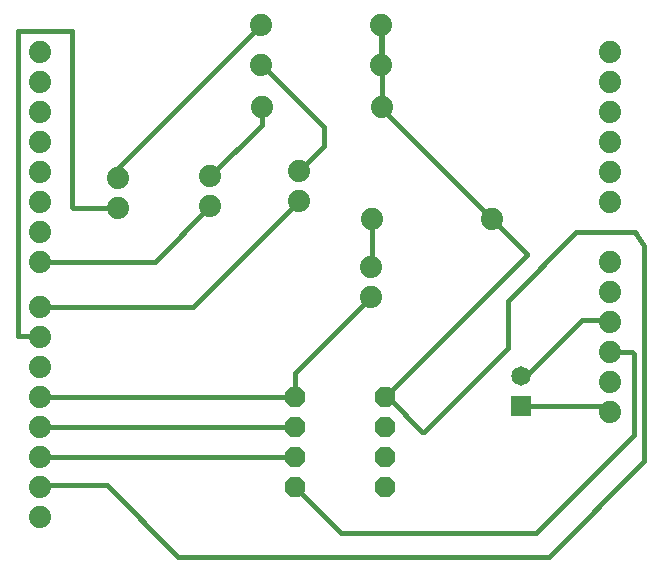
<source format=gbl>
G75*
G70*
%OFA0B0*%
%FSLAX24Y24*%
%IPPOS*%
%LPD*%
%AMOC8*
5,1,8,0,0,1.08239X$1,22.5*
%
%ADD10C,0.0740*%
%ADD11OC8,0.0680*%
%ADD12R,0.0650X0.0650*%
%ADD13C,0.0650*%
%ADD14C,0.0160*%
D10*
X001509Y012260D03*
X001509Y013260D03*
X001509Y014260D03*
X001509Y015260D03*
X001509Y016260D03*
X001509Y017260D03*
X001509Y018260D03*
X001509Y019260D03*
X001509Y020760D03*
X001509Y021760D03*
X001509Y022760D03*
X001509Y023760D03*
X001509Y024760D03*
X001509Y025760D03*
X001509Y026760D03*
X001509Y027760D03*
X004104Y023571D03*
X004104Y022571D03*
X007200Y022618D03*
X007200Y023618D03*
X008925Y025932D03*
X008889Y027331D03*
X008885Y028669D03*
X010138Y023785D03*
X010138Y022785D03*
X012569Y022212D03*
X012556Y020604D03*
X012556Y019604D03*
X016569Y022212D03*
X012925Y025932D03*
X012889Y027331D03*
X012885Y028669D03*
X020509Y027760D03*
X020509Y026760D03*
X020509Y025760D03*
X020509Y024760D03*
X020509Y023760D03*
X020509Y022760D03*
X020509Y020760D03*
X020509Y019760D03*
X020509Y018760D03*
X020509Y017760D03*
X020509Y016760D03*
X020509Y015760D03*
D11*
X013009Y015274D03*
X013009Y014274D03*
X013009Y013274D03*
X013009Y016274D03*
X010009Y016274D03*
X010009Y015274D03*
X010009Y014274D03*
X010009Y013274D03*
D12*
X017548Y015964D03*
D13*
X017548Y016964D03*
D14*
X006120Y010936D02*
X003737Y013319D01*
X001568Y013319D01*
X001509Y013260D01*
X001509Y014260D02*
X009994Y014260D01*
X010009Y014274D01*
X009994Y015260D02*
X010009Y015274D01*
X009994Y015260D02*
X001509Y015260D01*
X001509Y016260D02*
X001523Y016274D01*
X010009Y016274D01*
X010009Y017057D01*
X012556Y019604D01*
X012556Y020604D02*
X012569Y020617D01*
X012569Y022212D01*
X010980Y024627D02*
X010138Y023785D01*
X010138Y022785D02*
X006613Y019260D01*
X001509Y019260D01*
X001509Y018289D02*
X000790Y018289D01*
X000790Y028468D01*
X002586Y028468D01*
X002586Y022589D01*
X002610Y022589D01*
X002610Y022571D01*
X004104Y022571D01*
X004104Y023571D02*
X004104Y023888D01*
X008885Y028669D01*
X008889Y027331D02*
X008922Y027331D01*
X010980Y025273D01*
X010980Y024627D01*
X008925Y025343D02*
X007200Y023618D01*
X007200Y022618D02*
X005342Y020760D01*
X001509Y020760D01*
X001509Y018289D02*
X001509Y018260D01*
X006120Y010936D02*
X018489Y010936D01*
X021648Y014147D01*
X021648Y021297D01*
X021427Y021672D01*
X021427Y021672D01*
X021339Y021760D01*
X019400Y021760D01*
X017108Y019468D01*
X017108Y017907D01*
X014313Y015113D01*
X014257Y015113D01*
X013138Y016232D01*
X013009Y016232D01*
X013009Y016274D01*
X013022Y016274D01*
X017763Y021016D01*
X017763Y021018D01*
X016569Y022212D01*
X012925Y025856D01*
X012925Y025932D01*
X012925Y028434D01*
X012889Y028399D01*
X012889Y027331D01*
X012925Y028434D02*
X012925Y028629D01*
X012885Y028669D01*
X008925Y025932D02*
X008925Y025343D01*
X017548Y016964D02*
X017716Y016964D01*
X019576Y018824D01*
X020445Y018824D01*
X020509Y018760D01*
X020509Y017760D02*
X021267Y017760D01*
X021314Y017713D01*
X021314Y015008D01*
X018055Y011749D01*
X011535Y011749D01*
X010009Y013274D01*
X017548Y015964D02*
X020305Y015964D01*
X020509Y015760D01*
M02*

</source>
